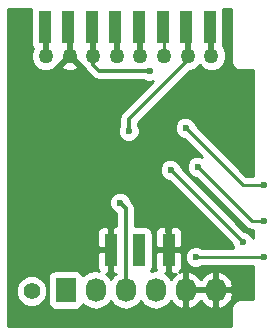
<source format=gbr>
G04 #@! TF.FileFunction,Copper,L2,Bot,Signal*
%FSLAX46Y46*%
G04 Gerber Fmt 4.6, Leading zero omitted, Abs format (unit mm)*
G04 Created by KiCad (PCBNEW 4.0.7) date 08/12/18 13:26:52*
%MOMM*%
%LPD*%
G01*
G04 APERTURE LIST*
%ADD10C,0.100000*%
%ADD11R,1.727200X2.032000*%
%ADD12O,1.727200X2.032000*%
%ADD13C,1.270000*%
%ADD14C,1.400000*%
%ADD15R,1.000000X2.750000*%
%ADD16C,0.600000*%
%ADD17C,0.500000*%
%ADD18C,0.300000*%
%ADD19C,0.250000*%
%ADD20C,0.254000*%
G04 APERTURE END LIST*
D10*
D11*
X105283000Y-109855000D03*
D12*
X107823000Y-109855000D03*
X110363000Y-109855000D03*
X112903000Y-109855000D03*
X115443000Y-109855000D03*
X117983000Y-109855000D03*
D13*
X103617000Y-90043000D03*
X105617000Y-90043000D03*
X107617000Y-90043000D03*
X109617000Y-90043000D03*
X111617000Y-90043000D03*
X113617000Y-90043000D03*
X115617000Y-90043000D03*
X117617000Y-90043000D03*
D14*
X102395000Y-109965000D03*
D15*
X103495000Y-87565000D03*
X105495000Y-87565000D03*
X107495000Y-87565000D03*
X109095000Y-106465000D03*
X109495000Y-87565000D03*
X111495000Y-106465000D03*
X111495000Y-87565000D03*
X113995000Y-106465000D03*
X113495000Y-87565000D03*
X115495000Y-87565000D03*
X117495000Y-87565000D03*
D16*
X120895000Y-93265000D03*
X120895000Y-92365000D03*
X120895000Y-91465000D03*
X120295000Y-93265000D03*
X120269000Y-92365000D03*
X120269000Y-91465000D03*
X113919000Y-104775000D03*
X116995000Y-94415000D03*
X105717498Y-95885000D03*
X114935000Y-103505000D03*
X120269000Y-105791000D03*
X114173000Y-99695000D03*
X112395000Y-91313000D03*
X110617000Y-96393000D03*
X109895000Y-102465000D03*
X122047000Y-104013000D03*
X116459000Y-99441000D03*
X116295000Y-107065000D03*
X122047000Y-107061000D03*
X122047000Y-100965000D03*
X115443000Y-96139000D03*
D17*
X105617000Y-90043000D02*
X105617000Y-87687000D01*
X105617000Y-87687000D02*
X105495000Y-87565000D01*
D18*
X105717498Y-95885000D02*
X105791000Y-95885000D01*
D17*
X103617000Y-90043000D02*
X103617000Y-87687000D01*
X103617000Y-87687000D02*
X103495000Y-87565000D01*
D18*
X103617000Y-87687000D02*
X103495000Y-87565000D01*
D19*
X114173000Y-99695000D02*
X120269000Y-105791000D01*
D17*
X117617000Y-90043000D02*
X117617000Y-87687000D01*
X117617000Y-87687000D02*
X117495000Y-87565000D01*
D18*
X117663000Y-90089000D02*
X117617000Y-90043000D01*
D17*
X107617000Y-90043000D02*
X107617000Y-87687000D01*
X107617000Y-87687000D02*
X107495000Y-87565000D01*
D18*
X107617000Y-90043000D02*
X107617000Y-90853000D01*
X108077000Y-91313000D02*
X112395000Y-91313000D01*
X107617000Y-90853000D02*
X108077000Y-91313000D01*
D17*
X111617000Y-90043000D02*
X111617000Y-87687000D01*
X111617000Y-87687000D02*
X111495000Y-87565000D01*
X109617000Y-90043000D02*
X109617000Y-87687000D01*
X109617000Y-87687000D02*
X109495000Y-87565000D01*
X115617000Y-90043000D02*
X115617000Y-87687000D01*
X115617000Y-87687000D02*
X115495000Y-87565000D01*
D18*
X115617000Y-90377000D02*
X110617000Y-95377000D01*
X110617000Y-96393000D02*
X110617000Y-95377000D01*
X115617000Y-90377000D02*
X115617000Y-90043000D01*
X115763000Y-90189000D02*
X115617000Y-90043000D01*
X110363000Y-102933000D02*
X109895000Y-102465000D01*
X110363000Y-102933000D02*
X110363000Y-109855000D01*
D19*
X121031000Y-104013000D02*
X122047000Y-104013000D01*
X116459000Y-99441000D02*
X121031000Y-104013000D01*
X116295000Y-107065000D02*
X116295000Y-107061000D01*
X116295000Y-107061000D02*
X116295000Y-107065000D01*
X116295000Y-107065000D02*
X116295000Y-107061000D01*
X116295000Y-107061000D02*
X122047000Y-107061000D01*
X120269000Y-100965000D02*
X122047000Y-100965000D01*
X115443000Y-96139000D02*
X120269000Y-100965000D01*
X113617000Y-90043000D02*
X113617000Y-87687000D01*
X113617000Y-87687000D02*
X113495000Y-87565000D01*
D17*
X113617000Y-87687000D02*
X113495000Y-87565000D01*
D20*
G36*
X102347560Y-86190000D02*
X102347560Y-88940000D01*
X102391838Y-89175317D01*
X102519669Y-89373972D01*
X102347221Y-89789273D01*
X102346780Y-90294510D01*
X102539718Y-90761458D01*
X102896663Y-91119026D01*
X103363273Y-91312779D01*
X103868510Y-91313220D01*
X104335458Y-91120282D01*
X104524937Y-90931133D01*
X104908472Y-90931133D01*
X104962303Y-91160179D01*
X105439664Y-91325681D01*
X105944023Y-91295906D01*
X106271697Y-91160179D01*
X106325528Y-90931133D01*
X105617000Y-90222605D01*
X104908472Y-90931133D01*
X104524937Y-90931133D01*
X104693026Y-90763337D01*
X104700680Y-90744903D01*
X104728867Y-90751528D01*
X105437395Y-90043000D01*
X105423253Y-90028858D01*
X105602858Y-89849253D01*
X105617000Y-89863395D01*
X105631143Y-89849253D01*
X105810748Y-90028858D01*
X105796605Y-90043000D01*
X106505133Y-90751528D01*
X106532917Y-90744998D01*
X106539718Y-90761458D01*
X106881993Y-91104330D01*
X106891755Y-91153407D01*
X107061921Y-91408079D01*
X107521921Y-91868079D01*
X107776593Y-92038245D01*
X108077000Y-92098000D01*
X111857494Y-92098000D01*
X111864673Y-92105192D01*
X112208201Y-92247838D01*
X112580167Y-92248162D01*
X112674768Y-92209074D01*
X110061921Y-94821921D01*
X109891755Y-95076593D01*
X109891755Y-95076594D01*
X109832000Y-95377000D01*
X109832000Y-95855494D01*
X109824808Y-95862673D01*
X109682162Y-96206201D01*
X109681838Y-96578167D01*
X109823883Y-96921943D01*
X110086673Y-97185192D01*
X110430201Y-97327838D01*
X110802167Y-97328162D01*
X111145943Y-97186117D01*
X111409192Y-96923327D01*
X111551838Y-96579799D01*
X111552162Y-96207833D01*
X111410117Y-95864057D01*
X111402000Y-95855926D01*
X111402000Y-95702158D01*
X115791006Y-91313152D01*
X115868510Y-91313220D01*
X116335458Y-91120282D01*
X116617178Y-90839053D01*
X116896663Y-91119026D01*
X117363273Y-91312779D01*
X117868510Y-91313220D01*
X118335458Y-91120282D01*
X118693026Y-90763337D01*
X118886779Y-90296727D01*
X118887220Y-89791490D01*
X118694282Y-89324542D01*
X118579416Y-89209475D01*
X118591431Y-89191890D01*
X118642440Y-88940000D01*
X118642440Y-86190000D01*
X118620801Y-86075000D01*
X119285000Y-86075000D01*
X119285000Y-87265000D01*
X119305000Y-87365546D01*
X119305000Y-90551000D01*
X119359046Y-90822705D01*
X119512954Y-91053046D01*
X119743295Y-91206954D01*
X120015000Y-91261000D01*
X121158000Y-91261000D01*
X121158000Y-100205000D01*
X120583802Y-100205000D01*
X116378122Y-95999320D01*
X116378162Y-95953833D01*
X116236117Y-95610057D01*
X115973327Y-95346808D01*
X115629799Y-95204162D01*
X115257833Y-95203838D01*
X114914057Y-95345883D01*
X114650808Y-95608673D01*
X114508162Y-95952201D01*
X114507838Y-96324167D01*
X114649883Y-96667943D01*
X114912673Y-96931192D01*
X115256201Y-97073838D01*
X115303077Y-97073879D01*
X116798957Y-98569759D01*
X116645799Y-98506162D01*
X116273833Y-98505838D01*
X115930057Y-98647883D01*
X115666808Y-98910673D01*
X115524162Y-99254201D01*
X115523838Y-99626167D01*
X115665883Y-99969943D01*
X115928673Y-100233192D01*
X116272201Y-100375838D01*
X116319077Y-100375879D01*
X120493599Y-104550401D01*
X120740160Y-104715148D01*
X120788414Y-104724746D01*
X121031000Y-104773000D01*
X121158000Y-104773000D01*
X121158000Y-105494112D01*
X121062117Y-105262057D01*
X120799327Y-104998808D01*
X120455799Y-104856162D01*
X120408923Y-104856121D01*
X115108122Y-99555320D01*
X115108162Y-99509833D01*
X114966117Y-99166057D01*
X114703327Y-98902808D01*
X114359799Y-98760162D01*
X113987833Y-98759838D01*
X113644057Y-98901883D01*
X113380808Y-99164673D01*
X113238162Y-99508201D01*
X113237838Y-99880167D01*
X113379883Y-100223943D01*
X113642673Y-100487192D01*
X113986201Y-100629838D01*
X114033077Y-100629879D01*
X119333878Y-105930680D01*
X119333838Y-105976167D01*
X119468056Y-106301000D01*
X116853470Y-106301000D01*
X116825327Y-106272808D01*
X116481799Y-106130162D01*
X116109833Y-106129838D01*
X115766057Y-106271883D01*
X115502808Y-106534673D01*
X115360162Y-106878201D01*
X115359838Y-107250167D01*
X115501883Y-107593943D01*
X115764673Y-107857192D01*
X116108201Y-107999838D01*
X116480167Y-108000162D01*
X116823943Y-107858117D01*
X116861125Y-107821000D01*
X121158000Y-107821000D01*
X121158000Y-110669000D01*
X120015000Y-110669000D01*
X119743295Y-110723046D01*
X119512954Y-110876954D01*
X119359046Y-111107295D01*
X119305000Y-111379000D01*
X119305000Y-112955000D01*
X100405000Y-112955000D01*
X100405000Y-110229383D01*
X101059769Y-110229383D01*
X101262582Y-110720229D01*
X101637796Y-111096098D01*
X102128287Y-111299768D01*
X102659383Y-111300231D01*
X103150229Y-111097418D01*
X103526098Y-110722204D01*
X103729768Y-110231713D01*
X103730231Y-109700617D01*
X103527418Y-109209771D01*
X103157294Y-108839000D01*
X103771960Y-108839000D01*
X103771960Y-110871000D01*
X103816238Y-111106317D01*
X103955310Y-111322441D01*
X104167510Y-111467431D01*
X104419400Y-111518440D01*
X106146600Y-111518440D01*
X106381917Y-111474162D01*
X106598041Y-111335090D01*
X106743031Y-111122890D01*
X106751400Y-111081561D01*
X106763330Y-111099415D01*
X107249511Y-111424271D01*
X107823000Y-111538345D01*
X108396489Y-111424271D01*
X108882670Y-111099415D01*
X109093000Y-110784634D01*
X109303330Y-111099415D01*
X109789511Y-111424271D01*
X110363000Y-111538345D01*
X110936489Y-111424271D01*
X111422670Y-111099415D01*
X111633000Y-110784634D01*
X111843330Y-111099415D01*
X112329511Y-111424271D01*
X112903000Y-111538345D01*
X113476489Y-111424271D01*
X113962670Y-111099415D01*
X114169461Y-110789931D01*
X114540964Y-111205732D01*
X115068209Y-111459709D01*
X115083974Y-111462358D01*
X115316000Y-111341217D01*
X115316000Y-109982000D01*
X115570000Y-109982000D01*
X115570000Y-111341217D01*
X115802026Y-111462358D01*
X115817791Y-111459709D01*
X116345036Y-111205732D01*
X116713000Y-110793892D01*
X117080964Y-111205732D01*
X117608209Y-111459709D01*
X117623974Y-111462358D01*
X117856000Y-111341217D01*
X117856000Y-109982000D01*
X118110000Y-109982000D01*
X118110000Y-111341217D01*
X118342026Y-111462358D01*
X118357791Y-111459709D01*
X118885036Y-111205732D01*
X119274954Y-110769320D01*
X119468184Y-110216913D01*
X119323924Y-109982000D01*
X118110000Y-109982000D01*
X117856000Y-109982000D01*
X115570000Y-109982000D01*
X115316000Y-109982000D01*
X115296000Y-109982000D01*
X115296000Y-109728000D01*
X115316000Y-109728000D01*
X115316000Y-108368783D01*
X115570000Y-108368783D01*
X115570000Y-109728000D01*
X117856000Y-109728000D01*
X117856000Y-108368783D01*
X118110000Y-108368783D01*
X118110000Y-109728000D01*
X119323924Y-109728000D01*
X119468184Y-109493087D01*
X119274954Y-108940680D01*
X118885036Y-108504268D01*
X118357791Y-108250291D01*
X118342026Y-108247642D01*
X118110000Y-108368783D01*
X117856000Y-108368783D01*
X117623974Y-108247642D01*
X117608209Y-108250291D01*
X117080964Y-108504268D01*
X116713000Y-108916108D01*
X116345036Y-108504268D01*
X115817791Y-108250291D01*
X115802026Y-108247642D01*
X115570000Y-108368783D01*
X115316000Y-108368783D01*
X115083974Y-108247642D01*
X115068209Y-108250291D01*
X114903294Y-108329731D01*
X115033327Y-108199698D01*
X115130000Y-107966309D01*
X115130000Y-106750750D01*
X114971250Y-106592000D01*
X114122000Y-106592000D01*
X114122000Y-108316250D01*
X114280750Y-108475000D01*
X114601723Y-108475000D01*
X114540964Y-108504268D01*
X114169461Y-108920069D01*
X113962670Y-108610585D01*
X113729479Y-108454771D01*
X113868000Y-108316250D01*
X113868000Y-106592000D01*
X113018750Y-106592000D01*
X112860000Y-106750750D01*
X112860000Y-107966309D01*
X112948834Y-108180772D01*
X112903000Y-108171655D01*
X112479351Y-108255924D01*
X112591431Y-108091890D01*
X112642440Y-107840000D01*
X112642440Y-105090000D01*
X112618674Y-104963691D01*
X112860000Y-104963691D01*
X112860000Y-106179250D01*
X113018750Y-106338000D01*
X113868000Y-106338000D01*
X113868000Y-104613750D01*
X114122000Y-104613750D01*
X114122000Y-106338000D01*
X114971250Y-106338000D01*
X115130000Y-106179250D01*
X115130000Y-104963691D01*
X115033327Y-104730302D01*
X114854699Y-104551673D01*
X114621310Y-104455000D01*
X114280750Y-104455000D01*
X114122000Y-104613750D01*
X113868000Y-104613750D01*
X113709250Y-104455000D01*
X113368690Y-104455000D01*
X113135301Y-104551673D01*
X112956673Y-104730302D01*
X112860000Y-104963691D01*
X112618674Y-104963691D01*
X112598162Y-104854683D01*
X112459090Y-104638559D01*
X112246890Y-104493569D01*
X111995000Y-104442560D01*
X111148000Y-104442560D01*
X111148000Y-102933000D01*
X111088245Y-102632594D01*
X111088245Y-102632593D01*
X110918079Y-102377921D01*
X110830153Y-102289995D01*
X110830162Y-102279833D01*
X110688117Y-101936057D01*
X110425327Y-101672808D01*
X110081799Y-101530162D01*
X109709833Y-101529838D01*
X109366057Y-101671883D01*
X109102808Y-101934673D01*
X108960162Y-102278201D01*
X108959838Y-102650167D01*
X109101883Y-102993943D01*
X109364673Y-103257192D01*
X109578000Y-103345774D01*
X109578000Y-104455000D01*
X109380750Y-104455000D01*
X109222000Y-104613750D01*
X109222000Y-106338000D01*
X109242000Y-106338000D01*
X109242000Y-106592000D01*
X109222000Y-106592000D01*
X109222000Y-108316250D01*
X109380750Y-108475000D01*
X109506247Y-108475000D01*
X109303330Y-108610585D01*
X109093000Y-108925366D01*
X108882670Y-108610585D01*
X108679753Y-108475000D01*
X108809250Y-108475000D01*
X108968000Y-108316250D01*
X108968000Y-106592000D01*
X108118750Y-106592000D01*
X107960000Y-106750750D01*
X107960000Y-107966309D01*
X108056673Y-108199698D01*
X108079688Y-108222713D01*
X107823000Y-108171655D01*
X107249511Y-108285729D01*
X106763330Y-108610585D01*
X106753757Y-108624913D01*
X106749762Y-108603683D01*
X106610690Y-108387559D01*
X106398490Y-108242569D01*
X106146600Y-108191560D01*
X104419400Y-108191560D01*
X104184083Y-108235838D01*
X103967959Y-108374910D01*
X103822969Y-108587110D01*
X103771960Y-108839000D01*
X103157294Y-108839000D01*
X103152204Y-108833902D01*
X102661713Y-108630232D01*
X102130617Y-108629769D01*
X101639771Y-108832582D01*
X101263902Y-109207796D01*
X101060232Y-109698287D01*
X101059769Y-110229383D01*
X100405000Y-110229383D01*
X100405000Y-104963691D01*
X107960000Y-104963691D01*
X107960000Y-106179250D01*
X108118750Y-106338000D01*
X108968000Y-106338000D01*
X108968000Y-104613750D01*
X108809250Y-104455000D01*
X108468690Y-104455000D01*
X108235301Y-104551673D01*
X108056673Y-104730302D01*
X107960000Y-104963691D01*
X100405000Y-104963691D01*
X100405000Y-86075000D01*
X102370848Y-86075000D01*
X102347560Y-86190000D01*
X102347560Y-86190000D01*
G37*
X102347560Y-86190000D02*
X102347560Y-88940000D01*
X102391838Y-89175317D01*
X102519669Y-89373972D01*
X102347221Y-89789273D01*
X102346780Y-90294510D01*
X102539718Y-90761458D01*
X102896663Y-91119026D01*
X103363273Y-91312779D01*
X103868510Y-91313220D01*
X104335458Y-91120282D01*
X104524937Y-90931133D01*
X104908472Y-90931133D01*
X104962303Y-91160179D01*
X105439664Y-91325681D01*
X105944023Y-91295906D01*
X106271697Y-91160179D01*
X106325528Y-90931133D01*
X105617000Y-90222605D01*
X104908472Y-90931133D01*
X104524937Y-90931133D01*
X104693026Y-90763337D01*
X104700680Y-90744903D01*
X104728867Y-90751528D01*
X105437395Y-90043000D01*
X105423253Y-90028858D01*
X105602858Y-89849253D01*
X105617000Y-89863395D01*
X105631143Y-89849253D01*
X105810748Y-90028858D01*
X105796605Y-90043000D01*
X106505133Y-90751528D01*
X106532917Y-90744998D01*
X106539718Y-90761458D01*
X106881993Y-91104330D01*
X106891755Y-91153407D01*
X107061921Y-91408079D01*
X107521921Y-91868079D01*
X107776593Y-92038245D01*
X108077000Y-92098000D01*
X111857494Y-92098000D01*
X111864673Y-92105192D01*
X112208201Y-92247838D01*
X112580167Y-92248162D01*
X112674768Y-92209074D01*
X110061921Y-94821921D01*
X109891755Y-95076593D01*
X109891755Y-95076594D01*
X109832000Y-95377000D01*
X109832000Y-95855494D01*
X109824808Y-95862673D01*
X109682162Y-96206201D01*
X109681838Y-96578167D01*
X109823883Y-96921943D01*
X110086673Y-97185192D01*
X110430201Y-97327838D01*
X110802167Y-97328162D01*
X111145943Y-97186117D01*
X111409192Y-96923327D01*
X111551838Y-96579799D01*
X111552162Y-96207833D01*
X111410117Y-95864057D01*
X111402000Y-95855926D01*
X111402000Y-95702158D01*
X115791006Y-91313152D01*
X115868510Y-91313220D01*
X116335458Y-91120282D01*
X116617178Y-90839053D01*
X116896663Y-91119026D01*
X117363273Y-91312779D01*
X117868510Y-91313220D01*
X118335458Y-91120282D01*
X118693026Y-90763337D01*
X118886779Y-90296727D01*
X118887220Y-89791490D01*
X118694282Y-89324542D01*
X118579416Y-89209475D01*
X118591431Y-89191890D01*
X118642440Y-88940000D01*
X118642440Y-86190000D01*
X118620801Y-86075000D01*
X119285000Y-86075000D01*
X119285000Y-87265000D01*
X119305000Y-87365546D01*
X119305000Y-90551000D01*
X119359046Y-90822705D01*
X119512954Y-91053046D01*
X119743295Y-91206954D01*
X120015000Y-91261000D01*
X121158000Y-91261000D01*
X121158000Y-100205000D01*
X120583802Y-100205000D01*
X116378122Y-95999320D01*
X116378162Y-95953833D01*
X116236117Y-95610057D01*
X115973327Y-95346808D01*
X115629799Y-95204162D01*
X115257833Y-95203838D01*
X114914057Y-95345883D01*
X114650808Y-95608673D01*
X114508162Y-95952201D01*
X114507838Y-96324167D01*
X114649883Y-96667943D01*
X114912673Y-96931192D01*
X115256201Y-97073838D01*
X115303077Y-97073879D01*
X116798957Y-98569759D01*
X116645799Y-98506162D01*
X116273833Y-98505838D01*
X115930057Y-98647883D01*
X115666808Y-98910673D01*
X115524162Y-99254201D01*
X115523838Y-99626167D01*
X115665883Y-99969943D01*
X115928673Y-100233192D01*
X116272201Y-100375838D01*
X116319077Y-100375879D01*
X120493599Y-104550401D01*
X120740160Y-104715148D01*
X120788414Y-104724746D01*
X121031000Y-104773000D01*
X121158000Y-104773000D01*
X121158000Y-105494112D01*
X121062117Y-105262057D01*
X120799327Y-104998808D01*
X120455799Y-104856162D01*
X120408923Y-104856121D01*
X115108122Y-99555320D01*
X115108162Y-99509833D01*
X114966117Y-99166057D01*
X114703327Y-98902808D01*
X114359799Y-98760162D01*
X113987833Y-98759838D01*
X113644057Y-98901883D01*
X113380808Y-99164673D01*
X113238162Y-99508201D01*
X113237838Y-99880167D01*
X113379883Y-100223943D01*
X113642673Y-100487192D01*
X113986201Y-100629838D01*
X114033077Y-100629879D01*
X119333878Y-105930680D01*
X119333838Y-105976167D01*
X119468056Y-106301000D01*
X116853470Y-106301000D01*
X116825327Y-106272808D01*
X116481799Y-106130162D01*
X116109833Y-106129838D01*
X115766057Y-106271883D01*
X115502808Y-106534673D01*
X115360162Y-106878201D01*
X115359838Y-107250167D01*
X115501883Y-107593943D01*
X115764673Y-107857192D01*
X116108201Y-107999838D01*
X116480167Y-108000162D01*
X116823943Y-107858117D01*
X116861125Y-107821000D01*
X121158000Y-107821000D01*
X121158000Y-110669000D01*
X120015000Y-110669000D01*
X119743295Y-110723046D01*
X119512954Y-110876954D01*
X119359046Y-111107295D01*
X119305000Y-111379000D01*
X119305000Y-112955000D01*
X100405000Y-112955000D01*
X100405000Y-110229383D01*
X101059769Y-110229383D01*
X101262582Y-110720229D01*
X101637796Y-111096098D01*
X102128287Y-111299768D01*
X102659383Y-111300231D01*
X103150229Y-111097418D01*
X103526098Y-110722204D01*
X103729768Y-110231713D01*
X103730231Y-109700617D01*
X103527418Y-109209771D01*
X103157294Y-108839000D01*
X103771960Y-108839000D01*
X103771960Y-110871000D01*
X103816238Y-111106317D01*
X103955310Y-111322441D01*
X104167510Y-111467431D01*
X104419400Y-111518440D01*
X106146600Y-111518440D01*
X106381917Y-111474162D01*
X106598041Y-111335090D01*
X106743031Y-111122890D01*
X106751400Y-111081561D01*
X106763330Y-111099415D01*
X107249511Y-111424271D01*
X107823000Y-111538345D01*
X108396489Y-111424271D01*
X108882670Y-111099415D01*
X109093000Y-110784634D01*
X109303330Y-111099415D01*
X109789511Y-111424271D01*
X110363000Y-111538345D01*
X110936489Y-111424271D01*
X111422670Y-111099415D01*
X111633000Y-110784634D01*
X111843330Y-111099415D01*
X112329511Y-111424271D01*
X112903000Y-111538345D01*
X113476489Y-111424271D01*
X113962670Y-111099415D01*
X114169461Y-110789931D01*
X114540964Y-111205732D01*
X115068209Y-111459709D01*
X115083974Y-111462358D01*
X115316000Y-111341217D01*
X115316000Y-109982000D01*
X115570000Y-109982000D01*
X115570000Y-111341217D01*
X115802026Y-111462358D01*
X115817791Y-111459709D01*
X116345036Y-111205732D01*
X116713000Y-110793892D01*
X117080964Y-111205732D01*
X117608209Y-111459709D01*
X117623974Y-111462358D01*
X117856000Y-111341217D01*
X117856000Y-109982000D01*
X118110000Y-109982000D01*
X118110000Y-111341217D01*
X118342026Y-111462358D01*
X118357791Y-111459709D01*
X118885036Y-111205732D01*
X119274954Y-110769320D01*
X119468184Y-110216913D01*
X119323924Y-109982000D01*
X118110000Y-109982000D01*
X117856000Y-109982000D01*
X115570000Y-109982000D01*
X115316000Y-109982000D01*
X115296000Y-109982000D01*
X115296000Y-109728000D01*
X115316000Y-109728000D01*
X115316000Y-108368783D01*
X115570000Y-108368783D01*
X115570000Y-109728000D01*
X117856000Y-109728000D01*
X117856000Y-108368783D01*
X118110000Y-108368783D01*
X118110000Y-109728000D01*
X119323924Y-109728000D01*
X119468184Y-109493087D01*
X119274954Y-108940680D01*
X118885036Y-108504268D01*
X118357791Y-108250291D01*
X118342026Y-108247642D01*
X118110000Y-108368783D01*
X117856000Y-108368783D01*
X117623974Y-108247642D01*
X117608209Y-108250291D01*
X117080964Y-108504268D01*
X116713000Y-108916108D01*
X116345036Y-108504268D01*
X115817791Y-108250291D01*
X115802026Y-108247642D01*
X115570000Y-108368783D01*
X115316000Y-108368783D01*
X115083974Y-108247642D01*
X115068209Y-108250291D01*
X114903294Y-108329731D01*
X115033327Y-108199698D01*
X115130000Y-107966309D01*
X115130000Y-106750750D01*
X114971250Y-106592000D01*
X114122000Y-106592000D01*
X114122000Y-108316250D01*
X114280750Y-108475000D01*
X114601723Y-108475000D01*
X114540964Y-108504268D01*
X114169461Y-108920069D01*
X113962670Y-108610585D01*
X113729479Y-108454771D01*
X113868000Y-108316250D01*
X113868000Y-106592000D01*
X113018750Y-106592000D01*
X112860000Y-106750750D01*
X112860000Y-107966309D01*
X112948834Y-108180772D01*
X112903000Y-108171655D01*
X112479351Y-108255924D01*
X112591431Y-108091890D01*
X112642440Y-107840000D01*
X112642440Y-105090000D01*
X112618674Y-104963691D01*
X112860000Y-104963691D01*
X112860000Y-106179250D01*
X113018750Y-106338000D01*
X113868000Y-106338000D01*
X113868000Y-104613750D01*
X114122000Y-104613750D01*
X114122000Y-106338000D01*
X114971250Y-106338000D01*
X115130000Y-106179250D01*
X115130000Y-104963691D01*
X115033327Y-104730302D01*
X114854699Y-104551673D01*
X114621310Y-104455000D01*
X114280750Y-104455000D01*
X114122000Y-104613750D01*
X113868000Y-104613750D01*
X113709250Y-104455000D01*
X113368690Y-104455000D01*
X113135301Y-104551673D01*
X112956673Y-104730302D01*
X112860000Y-104963691D01*
X112618674Y-104963691D01*
X112598162Y-104854683D01*
X112459090Y-104638559D01*
X112246890Y-104493569D01*
X111995000Y-104442560D01*
X111148000Y-104442560D01*
X111148000Y-102933000D01*
X111088245Y-102632594D01*
X111088245Y-102632593D01*
X110918079Y-102377921D01*
X110830153Y-102289995D01*
X110830162Y-102279833D01*
X110688117Y-101936057D01*
X110425327Y-101672808D01*
X110081799Y-101530162D01*
X109709833Y-101529838D01*
X109366057Y-101671883D01*
X109102808Y-101934673D01*
X108960162Y-102278201D01*
X108959838Y-102650167D01*
X109101883Y-102993943D01*
X109364673Y-103257192D01*
X109578000Y-103345774D01*
X109578000Y-104455000D01*
X109380750Y-104455000D01*
X109222000Y-104613750D01*
X109222000Y-106338000D01*
X109242000Y-106338000D01*
X109242000Y-106592000D01*
X109222000Y-106592000D01*
X109222000Y-108316250D01*
X109380750Y-108475000D01*
X109506247Y-108475000D01*
X109303330Y-108610585D01*
X109093000Y-108925366D01*
X108882670Y-108610585D01*
X108679753Y-108475000D01*
X108809250Y-108475000D01*
X108968000Y-108316250D01*
X108968000Y-106592000D01*
X108118750Y-106592000D01*
X107960000Y-106750750D01*
X107960000Y-107966309D01*
X108056673Y-108199698D01*
X108079688Y-108222713D01*
X107823000Y-108171655D01*
X107249511Y-108285729D01*
X106763330Y-108610585D01*
X106753757Y-108624913D01*
X106749762Y-108603683D01*
X106610690Y-108387559D01*
X106398490Y-108242569D01*
X106146600Y-108191560D01*
X104419400Y-108191560D01*
X104184083Y-108235838D01*
X103967959Y-108374910D01*
X103822969Y-108587110D01*
X103771960Y-108839000D01*
X103157294Y-108839000D01*
X103152204Y-108833902D01*
X102661713Y-108630232D01*
X102130617Y-108629769D01*
X101639771Y-108832582D01*
X101263902Y-109207796D01*
X101060232Y-109698287D01*
X101059769Y-110229383D01*
X100405000Y-110229383D01*
X100405000Y-104963691D01*
X107960000Y-104963691D01*
X107960000Y-106179250D01*
X108118750Y-106338000D01*
X108968000Y-106338000D01*
X108968000Y-104613750D01*
X108809250Y-104455000D01*
X108468690Y-104455000D01*
X108235301Y-104551673D01*
X108056673Y-104730302D01*
X107960000Y-104963691D01*
X100405000Y-104963691D01*
X100405000Y-86075000D01*
X102370848Y-86075000D01*
X102347560Y-86190000D01*
G36*
X105622000Y-87438000D02*
X105642000Y-87438000D01*
X105642000Y-87692000D01*
X105622000Y-87692000D01*
X105622000Y-87712000D01*
X105368000Y-87712000D01*
X105368000Y-87692000D01*
X105348000Y-87692000D01*
X105348000Y-87438000D01*
X105368000Y-87438000D01*
X105368000Y-87418000D01*
X105622000Y-87418000D01*
X105622000Y-87438000D01*
X105622000Y-87438000D01*
G37*
X105622000Y-87438000D02*
X105642000Y-87438000D01*
X105642000Y-87692000D01*
X105622000Y-87692000D01*
X105622000Y-87712000D01*
X105368000Y-87712000D01*
X105368000Y-87692000D01*
X105348000Y-87692000D01*
X105348000Y-87438000D01*
X105368000Y-87438000D01*
X105368000Y-87418000D01*
X105622000Y-87418000D01*
X105622000Y-87438000D01*
M02*

</source>
